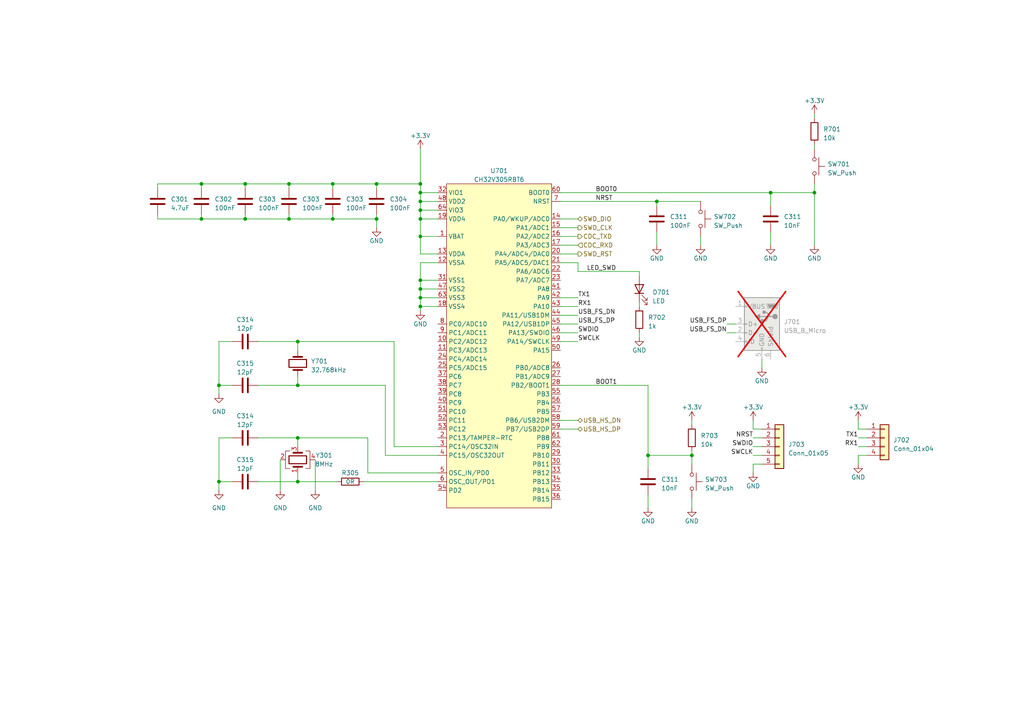
<source format=kicad_sch>
(kicad_sch (version 20230121) (generator eeschema)
  (paper "A4")
  (title_block (title "STM32 USB Audio Interface - DAPLink Debugger") (date "2023-04-15") (rev "A"))
  (lib_symbols
    (symbol "Connector:USB_B_Micro" (pin_names (offset 1.016))
      (property "Reference" "J" (at -5.08 11.43 0))
      (property "Value" "USB_B_Micro" (at -5.08 8.89 0))
      (symbol "USB_B_Micro_0_1"
        (rectangle (start -5.08 -7.62) (end 5.08 7.62) (stroke (width 0.254)) (fill (type background)))
        (circle (center -3.81 2.159) (radius 0.635) (stroke (width 0.254)) (fill (type outline)))
        (circle (center -0.635 3.429) (radius 0.381) (stroke (width 0.254)) (fill (type outline)))
        (rectangle (start -0.127 -7.62) (end 0.127 -6.858))
        (polyline (pts (xy -1.905 2.159) (xy 0.635 2.159)) (stroke (width 0.254)))
        (polyline (pts (xy -3.175 2.159) (xy -2.54 2.159) (xy -1.27 3.429) (xy -0.635 3.429)) (stroke (width 0.254)))
        (polyline (pts (xy -2.54 2.159) (xy -1.905 2.159) (xy -1.27 0.889) (xy 0 0.889)) (stroke (width 0.254)))
        (polyline (pts (xy 0.635 2.794) (xy 0.635 1.524) (xy 1.905 2.159) (xy 0.635 2.794)) (stroke (width 0.254)) (fill (type outline)))
        (polyline (pts (xy -4.318 5.588) (xy -1.778 5.588) (xy -2.032 4.826) (xy -4.064 4.826) (xy -4.318 5.588)) (fill (type outline)))
        (polyline (pts (xy -4.699 5.842) (xy -4.699 5.588) (xy -4.445 4.826) (xy -4.445 4.572) (xy -1.651 4.572) (xy -1.651 4.826) (xy -1.397 5.588) (xy -1.397 5.842) (xy -4.699 5.842)))
        (rectangle (start 0.254 1.27) (end -0.508 0.508) (stroke (width 0.254)) (fill (type outline)))
        (rectangle (start 5.08 -5.207) (end 4.318 -4.953))
        (rectangle (start 5.08 -2.667) (end 4.318 -2.413))
        (rectangle (start 5.08 -0.127) (end 4.318 0.127))
        (rectangle (start 5.08 4.953) (end 4.318 5.207))
      )
      (symbol "USB_B_Micro_1_1"
        (pin power_out line (at 7.62 5.08 180) (length 2.54) (name "VBUS") (number "1"))
        (pin bidirectional line (at 7.62 -2.54 180) (length 2.54) (name "D-") (number "2"))
        (pin bidirectional line (at 7.62 0 180) (length 2.54) (name "D+") (number "3"))
        (pin passive line (at 7.62 -5.08 180) (length 2.54) (name "ID") (number "4"))
        (pin power_out line (at 0 -10.16 90) (length 2.54) (name "GND") (number "5"))
        (pin passive line (at -2.54 -10.16 90) (length 2.54) (name "Shield") (number "6"))
      )
    )
    (symbol "Connector_Generic:Conn_01x04" (pin_names (offset 1.016) hide)
      (property "Reference" "J" (at 0 5.08 0))
      (property "Value" "Conn_01x04" (at 0 -7.62 0))
      (symbol "Conn_01x04_1_1"
        (rectangle (start -1.27 -4.953) (end 0 -5.207) (stroke (width 0.1524)))
        (rectangle (start -1.27 -2.413) (end 0 -2.667) (stroke (width 0.1524)))
        (rectangle (start -1.27 0.127) (end 0 -0.127) (stroke (width 0.1524)))
        (rectangle (start -1.27 2.667) (end 0 2.413) (stroke (width 0.1524)))
        (rectangle (start -1.27 3.81) (end 1.27 -6.35) (stroke (width 0.254)) (fill (type background)))
        (pin passive line (at -5.08 2.54 0) (length 3.81) (name "Pin_1") (number "1"))
        (pin passive line (at -5.08 0 0) (length 3.81) (name "Pin_2") (number "2"))
        (pin passive line (at -5.08 -2.54 0) (length 3.81) (name "Pin_3") (number "3"))
        (pin passive line (at -5.08 -5.08 0) (length 3.81) (name "Pin_4") (number "4"))
      )
    )
    (symbol "Connector_Generic:Conn_01x05" (pin_names (offset 1.016) hide)
      (property "Reference" "J" (at 0 7.62 0))
      (property "Value" "Conn_01x05" (at 0 -7.62 0))
      (symbol "Conn_01x05_1_1"
        (rectangle (start -1.27 -4.953) (end 0 -5.207) (stroke (width 0.1524)))
        (rectangle (start -1.27 -2.413) (end 0 -2.667) (stroke (width 0.1524)))
        (rectangle (start -1.27 0.127) (end 0 -0.127) (stroke (width 0.1524)))
        (rectangle (start -1.27 2.667) (end 0 2.413) (stroke (width 0.1524)))
        (rectangle (start -1.27 5.207) (end 0 4.953) (stroke (width 0.1524)))
        (rectangle (start -1.27 6.35) (end 1.27 -6.35) (stroke (width 0.254)) (fill (type background)))
        (pin passive line (at -5.08 5.08 0) (length 3.81) (name "Pin_1") (number "1"))
        (pin passive line (at -5.08 2.54 0) (length 3.81) (name "Pin_2") (number "2"))
        (pin passive line (at -5.08 0 0) (length 3.81) (name "Pin_3") (number "3"))
        (pin passive line (at -5.08 -2.54 0) (length 3.81) (name "Pin_4") (number "4"))
        (pin passive line (at -5.08 -5.08 0) (length 3.81) (name "Pin_5") (number "5"))
      )
    )
    (symbol "Device:C" (pin_numbers hide) (pin_names (offset 0.254))
      (property "Reference" "C" (at 0.635 2.54 0))
      (property "Value" "C" (at 0.635 -2.54 0))
      (symbol "C_0_1"
        (polyline (pts (xy -2.032 -0.762) (xy 2.032 -0.762)) (stroke (width 0.508)))
        (polyline (pts (xy -2.032 0.762) (xy 2.032 0.762)) (stroke (width 0.508)))
      )
      (symbol "C_1_1"
        (pin passive line (at 0 3.81 270) (length 2.794) (name "~") (number "1"))
        (pin passive line (at 0 -3.81 90) (length 2.794) (name "~") (number "2"))
      )
    )
    (symbol "Device:Crystal" (pin_numbers hide) (pin_names (offset 1.016) hide)
      (property "Reference" "Y" (at 0 3.81 0))
      (property "Value" "Crystal" (at 0 -3.81 0))
      (symbol "Crystal_0_1"
        (rectangle (start -1.143 2.54) (end 1.143 -2.54) (stroke (width 0.3048)))
        (polyline (pts (xy -2.54 0) (xy -1.905 0)))
        (polyline (pts (xy -1.905 -1.27) (xy -1.905 1.27)) (stroke (width 0.508)))
        (polyline (pts (xy 1.905 -1.27) (xy 1.905 1.27)) (stroke (width 0.508)))
        (polyline (pts (xy 2.54 0) (xy 1.905 0)))
      )
      (symbol "Crystal_1_1"
        (pin passive line (at -3.81 0 0) (length 1.27) (name "1") (number "1"))
        (pin passive line (at 3.81 0 180) (length 1.27) (name "2") (number "2"))
      )
    )
    (symbol "Device:Crystal_GND24" (pin_names (offset 1.016) hide)
      (property "Reference" "Y" (at 3.175 5.08 0))
      (property "Value" "Crystal_GND24" (at 3.175 3.175 0))
      (symbol "Crystal_GND24_0_1"
        (rectangle (start -1.143 2.54) (end 1.143 -2.54) (stroke (width 0.3048)))
        (polyline (pts (xy -2.54 0) (xy -2.032 0)))
        (polyline (pts (xy -2.032 -1.27) (xy -2.032 1.27)) (stroke (width 0.508)))
        (polyline (pts (xy 0 -3.81) (xy 0 -3.556)))
        (polyline (pts (xy 0 3.556) (xy 0 3.81)))
        (polyline (pts (xy 2.032 -1.27) (xy 2.032 1.27)) (stroke (width 0.508)))
        (polyline (pts (xy 2.032 0) (xy 2.54 0)))
        (polyline (pts (xy -2.54 -2.286) (xy -2.54 -3.556) (xy 2.54 -3.556) (xy 2.54 -2.286)))
        (polyline (pts (xy -2.54 2.286) (xy -2.54 3.556) (xy 2.54 3.556) (xy 2.54 2.286)))
      )
      (symbol "Crystal_GND24_1_1"
        (pin passive line (at -3.81 0 0) (length 1.27) (name "1") (number "1"))
        (pin passive line (at 0 5.08 270) (length 1.27) (name "2") (number "2"))
        (pin passive line (at 3.81 0 180) (length 1.27) (name "3") (number "3"))
        (pin passive line (at 0 -5.08 90) (length 1.27) (name "4") (number "4"))
      )
    )
    (symbol "Device:LED" (pin_numbers hide) (pin_names (offset 1.016) hide)
      (property "Reference" "D" (at 0 2.54 0))
      (property "Value" "LED" (at 0 -2.54 0))
      (symbol "LED_0_1"
        (polyline (pts (xy -1.27 -1.27) (xy -1.27 1.27)) (stroke (width 0.254)))
        (polyline (pts (xy -1.27 0) (xy 1.27 0)))
        (polyline (pts (xy 1.27 -1.27) (xy 1.27 1.27) (xy -1.27 0) (xy 1.27 -1.27)) (stroke (width 0.254)))
        (polyline (pts (xy -3.048 -0.762) (xy -4.572 -2.286) (xy -3.81 -2.286) (xy -4.572 -2.286) (xy -4.572 -1.524)))
        (polyline (pts (xy -1.778 -0.762) (xy -3.302 -2.286) (xy -2.54 -2.286) (xy -3.302 -2.286) (xy -3.302 -1.524)))
      )
      (symbol "LED_1_1"
        (pin passive line (at -3.81 0 0) (length 2.54) (name "K") (number "1"))
        (pin passive line (at 3.81 0 180) (length 2.54) (name "A") (number "2"))
      )
    )
    (symbol "Device:R" (pin_numbers hide) (pin_names (offset 0))
      (property "Reference" "R" (at 2.032 0 90))
      (property "Value" "R" (at 0 0 90))
      (symbol "R_0_1"
        (rectangle (start -1.016 -2.54) (end 1.016 2.54) (stroke (width 0.254)))
      )
      (symbol "R_1_1"
        (pin passive line (at 0 3.81 270) (length 1.27) (name "~") (number "1"))
        (pin passive line (at 0 -3.81 90) (length 1.27) (name "~") (number "2"))
      )
    )
    (symbol "MyLibrary:CH32V305RBT6"
      (property "Reference" "U" (at 5.08 10.16 0))
      (property "Value" "CH32V305RBT6" (at -10.16 5.08 0))
      (symbol "CH32V305RBT6_0_0"
        (pin unspecified line (at -12.7 -7.62 0) (length 2.54) (name "VBAT") (number "1"))
        (pin unspecified line (at -12.7 -38.1 0) (length 2.54) (name "PC2/ADC12") (number "10"))
        (pin unspecified line (at -12.7 -40.64 0) (length 2.54) (name "PC3/ADC13") (number "11"))
        (pin unspecified line (at -12.7 -15.24 0) (length 2.54) (name "VSSA") (number "12"))
        (pin unspecified line (at -12.7 -12.7 0) (length 2.54) (name "VDDA") (number "13"))
        (pin unspecified line (at 22.86 -2.54 180) (length 2.54) (name "PA0/WKUP/ADC0") (number "14"))
        (pin unspecified line (at 22.86 -5.08 180) (length 2.54) (name "PA1/ADC1") (number "15"))
        (pin unspecified line (at 22.86 -7.62 180) (length 2.54) (name "PA2/ADC2") (number "16"))
        (pin unspecified line (at 22.86 -10.16 180) (length 2.54) (name "PA3/ADC3") (number "17"))
        (pin unspecified line (at -12.7 -27.94 0) (length 2.54) (name "VSS4") (number "18"))
        (pin unspecified line (at -12.7 -2.54 0) (length 2.54) (name "VDD4") (number "19"))
        (pin unspecified line (at -12.7 -66.04 0) (length 2.54) (name "PC13/TAMPER-RTC") (number "2"))
        (pin unspecified line (at 22.86 -12.7 180) (length 2.54) (name "PA4/ADC4/DAC0") (number "20"))
        (pin unspecified line (at 22.86 -15.24 180) (length 2.54) (name "PA5/ADC5/DAC1") (number "21"))
        (pin unspecified line (at 22.86 -17.78 180) (length 2.54) (name "PA6/ADC6") (number "22"))
        (pin unspecified line (at 22.86 -20.32 180) (length 2.54) (name "PA7/ADC7") (number "23"))
        (pin unspecified line (at -12.7 -43.18 0) (length 2.54) (name "PC4/ADC14") (number "24"))
        (pin unspecified line (at -12.7 -45.72 0) (length 2.54) (name "PC5/ADC15") (number "25"))
        (pin unspecified line (at 22.86 -45.72 180) (length 2.54) (name "PB0/ADC8") (number "26"))
        (pin unspecified line (at 22.86 -48.26 180) (length 2.54) (name "PB1/ADC9") (number "27"))
        (pin unspecified line (at 22.86 -50.8 180) (length 2.54) (name "PB2/BOOT1") (number "28"))
        (pin unspecified line (at 22.86 -71.12 180) (length 2.54) (name "PB10") (number "29"))
        (pin unspecified line (at -12.7 -68.58 0) (length 2.54) (name "PC14/OSC32IN") (number "3"))
        (pin unspecified line (at 22.86 -73.66 180) (length 2.54) (name "PB11") (number "30"))
        (pin unspecified line (at -12.7 -20.32 0) (length 2.54) (name "VSS1") (number "31"))
        (pin unspecified line (at -12.7 5.08 0) (length 2.54) (name "VIO1") (number "32"))
        (pin unspecified line (at 22.86 -76.2 180) (length 2.54) (name "PB12") (number "33"))
        (pin unspecified line (at 22.86 -78.74 180) (length 2.54) (name "PB13") (number "34"))
        (pin unspecified line (at 22.86 -81.28 180) (length 2.54) (name "PB14") (number "35"))
        (pin unspecified line (at 22.86 -83.82 180) (length 2.54) (name "PB15") (number "36"))
        (pin unspecified line (at -12.7 -48.26 0) (length 2.54) (name "PC6") (number "37"))
        (pin unspecified line (at -12.7 -50.8 0) (length 2.54) (name "PC7") (number "38"))
        (pin unspecified line (at -12.7 -53.34 0) (length 2.54) (name "PC8") (number "39"))
        (pin unspecified line (at -12.7 -71.12 0) (length 2.54) (name "PC15/OSC32OUT") (number "4"))
        (pin unspecified line (at -12.7 -55.88 0) (length 2.54) (name "PC9") (number "40"))
        (pin unspecified line (at 22.86 -22.86 180) (length 2.54) (name "PA8") (number "41"))
        (pin unspecified line (at 22.86 -25.4 180) (length 2.54) (name "PA9") (number "42"))
        (pin unspecified line (at 22.86 -27.94 180) (length 2.54) (name "PA10") (number "43"))
        (pin unspecified line (at 22.86 -30.48 180) (length 2.54) (name "PA11/USB1DM") (number "44"))
        (pin unspecified line (at 22.86 -33.02 180) (length 2.54) (name "PA12/USB1DP") (number "45"))
        (pin unspecified line (at 22.86 -35.56 180) (length 2.54) (name "PA13/SWDIO") (number "46"))
        (pin unspecified line (at -12.7 -22.86 0) (length 2.54) (name "VSS2") (number "47"))
        (pin unspecified line (at -12.7 2.54 0) (length 2.54) (name "VDD2") (number "48"))
        (pin unspecified line (at 22.86 -38.1 180) (length 2.54) (name "PA14/SWCLK") (number "49"))
        (pin unspecified line (at -12.7 -76.2 0) (length 2.54) (name "OSC_IN/PD0") (number "5"))
        (pin unspecified line (at 22.86 -40.64 180) (length 2.54) (name "PA15") (number "50"))
        (pin unspecified line (at -12.7 -58.42 0) (length 2.54) (name "PC10") (number "51"))
        (pin unspecified line (at -12.7 -60.96 0) (length 2.54) (name "PC11") (number "52"))
        (pin unspecified line (at -12.7 -63.5 0) (length 2.54) (name "PC12") (number "53"))
        (pin unspecified line (at -12.7 -81.28 0) (length 2.54) (name "PD2") (number "54"))
        (pin unspecified line (at 22.86 -53.34 180) (length 2.54) (name "PB3") (number "55"))
        (pin unspecified line (at 22.86 -55.88 180) (length 2.54) (name "PB4") (number "56"))
        (pin unspecified line (at 22.86 -58.42 180) (length 2.54) (name "PB5") (number "57"))
        (pin unspecified line (at 22.86 -60.96 180) (length 2.54) (name "PB6/USB2DM") (number "58"))
        (pin unspecified line (at 22.86 -63.5 180) (length 2.54) (name "PB7/USB2DP") (number "59"))
        (pin unspecified line (at -12.7 -78.74 0) (length 2.54) (name "OSC_OUT/PD1") (number "6"))
        (pin unspecified line (at 22.86 5.08 180) (length 2.54) (name "BOOT0") (number "60"))
        (pin unspecified line (at 22.86 -66.04 180) (length 2.54) (name "PB8") (number "61"))
        (pin unspecified line (at 22.86 -68.58 180) (length 2.54) (name "PB9") (number "62"))
        (pin unspecified line (at -12.7 -25.4 0) (length 2.54) (name "VSS3") (number "63"))
        (pin unspecified line (at -12.7 0 0) (length 2.54) (name "VIO3") (number "64"))
        (pin unspecified line (at 22.86 2.54 180) (length 2.54) (name "NRST") (number "7"))
        (pin unspecified line (at -12.7 -33.02 0) (length 2.54) (name "PC0/ADC10") (number "8"))
        (pin unspecified line (at -12.7 -35.56 0) (length 2.54) (name "PC1/ADC11") (number "9"))
      )
      (symbol "CH32V305RBT6_1_1"
        (rectangle (start -10.16 7.62) (end 20.32 -86.36) (fill (type background)))
      )
    )
    (symbol "Switch:SW_Push" (pin_numbers hide) (pin_names (offset 1.016) hide)
      (property "Reference" "SW" (at 1.27 2.54 0))
      (property "Value" "SW_Push" (at 0 -1.524 0))
      (symbol "SW_Push_0_1"
        (circle (center -2.032 0) (radius 0.508))
        (polyline (pts (xy 0 1.27) (xy 0 3.048)))
        (polyline (pts (xy 2.54 1.27) (xy -2.54 1.27)))
        (circle (center 2.032 0) (radius 0.508))
        (pin passive line (at -5.08 0 0) (length 2.54) (name "1") (number "1"))
        (pin passive line (at 5.08 0 180) (length 2.54) (name "2") (number "2"))
      )
    )
    (symbol "power:+3.3V" (power) (pin_names (offset 0))
      (property "Value" "+3.3V" (at 0 3.556 0))
      (symbol "+3.3V_0_1"
        (polyline (pts (xy -0.762 1.27) (xy 0 2.54)))
        (polyline (pts (xy 0 0) (xy 0 2.54)))
        (polyline (pts (xy 0 2.54) (xy 0.762 1.27)))
      )
      (symbol "+3.3V_1_1"
        (pin power_in line (at 0 0 90) (length 0) hide (name "+3.3V") (number "1"))
      )
    )
    (symbol "power:GND" (power) (pin_names (offset 0))
      (property "Value" "GND" (at 0 -3.81 0))
      (symbol "GND_0_1"
        (polyline (pts (xy 0 0) (xy 0 -1.27) (xy 1.27 -1.27) (xy 0 -2.54) (xy -1.27 -1.27) (xy 0 -1.27)))
      )
      (symbol "GND_1_1"
        (pin power_in line (at 0 0 270) (length 0) hide (name "GND") (number "1"))
      )
    )
  )
  (junction (at 121.92 86.36))
  (junction (at 121.92 58.42))
  (junction (at 200.66 132.08))
  (junction (at 121.92 60.96))
  (junction (at 121.92 63.5))
  (junction (at 96.52 63.5))
  (junction (at 86.36 111.76))
  (junction (at 58.42 53.34))
  (junction (at 121.92 83.82))
  (junction (at 71.12 63.5))
  (junction (at 86.36 139.7))
  (junction (at 83.82 53.34))
  (junction (at 121.92 55.88))
  (junction (at 109.22 63.5))
  (junction (at 109.22 53.34))
  (junction (at 223.52 55.88))
  (junction (at 63.5 139.7))
  (junction (at 121.92 81.28))
  (junction (at 63.5 111.76))
  (junction (at 86.36 99.06))
  (junction (at 71.12 53.34))
  (junction (at 96.52 53.34))
  (junction (at 187.96 132.08))
  (junction (at 86.36 127))
  (junction (at 236.22 55.88))
  (junction (at 121.92 68.58))
  (junction (at 121.92 53.34))
  (junction (at 58.42 63.5))
  (junction (at 121.92 88.9))
  (junction (at 190.5 58.42))
  (junction (at 83.82 63.5))
  (wire (pts (xy 218.44 132.08) (xy 220.98 132.08)))
  (wire (pts (xy 121.92 53.34) (xy 121.92 55.88)))
  (wire (pts (xy 248.92 134.62) (xy 248.92 132.08)))
  (wire (pts (xy 86.36 99.06) (xy 114.3 99.06)))
  (wire (pts (xy 200.66 121.92) (xy 200.66 123.19)))
  (wire (pts (xy 167.64 78.74) (xy 185.42 78.74)))
  (wire (pts (xy 45.72 53.34) (xy 58.42 53.34)))
  (wire (pts (xy 58.42 54.61) (xy 58.42 53.34)))
  (wire (pts (xy 63.5 127) (xy 67.31 127)))
  (wire (pts (xy 236.22 55.88) (xy 236.22 71.12)))
  (wire (pts (xy 162.56 96.52) (xy 167.64 96.52)))
  (wire (pts (xy 109.22 53.34) (xy 121.92 53.34)))
  (wire (pts (xy 248.92 121.92) (xy 248.92 124.46)))
  (wire (pts (xy 111.76 132.08) (xy 111.76 111.76)))
  (wire (pts (xy 167.64 68.58) (xy 162.56 68.58)))
  (wire (pts (xy 96.52 63.5) (xy 109.22 63.5)))
  (wire (pts (xy 105.41 139.7) (xy 127 139.7)))
  (wire (pts (xy 127 132.08) (xy 111.76 132.08)))
  (wire (pts (xy 58.42 63.5) (xy 45.72 63.5)))
  (wire (pts (xy 63.5 111.76) (xy 63.5 99.06)))
  (wire (pts (xy 109.22 63.5) (xy 109.22 66.04)))
  (wire (pts (xy 121.92 76.2) (xy 127 76.2)))
  (wire (pts (xy 74.93 139.7) (xy 86.36 139.7)))
  (wire (pts (xy 63.5 139.7) (xy 63.5 127)))
  (wire (pts (xy 71.12 62.23) (xy 71.12 63.5)))
  (wire (pts (xy 121.92 81.28) (xy 127 81.28)))
  (wire (pts (xy 58.42 62.23) (xy 58.42 63.5)))
  (wire (pts (xy 71.12 53.34) (xy 71.12 54.61)))
  (wire (pts (xy 223.52 55.88) (xy 236.22 55.88)))
  (wire (pts (xy 74.93 111.76) (xy 86.36 111.76)))
  (wire (pts (xy 218.44 121.92) (xy 218.44 124.46)))
  (wire (pts (xy 167.64 66.04) (xy 162.56 66.04)))
  (wire (pts (xy 127 68.58) (xy 121.92 68.58)))
  (wire (pts (xy 121.92 76.2) (xy 121.92 81.28)))
  (wire (pts (xy 167.64 63.5) (xy 162.56 63.5)))
  (wire (pts (xy 96.52 53.34) (xy 109.22 53.34)))
  (wire (pts (xy 218.44 137.16) (xy 218.44 134.62)))
  (wire (pts (xy 218.44 127) (xy 220.98 127)))
  (wire (pts (xy 218.44 134.62) (xy 220.98 134.62)))
  (wire (pts (xy 121.92 86.36) (xy 127 86.36)))
  (wire (pts (xy 167.64 73.66) (xy 162.56 73.66)))
  (wire (pts (xy 218.44 129.54) (xy 220.98 129.54)))
  (wire (pts (xy 58.42 63.5) (xy 71.12 63.5)))
  (wire (pts (xy 218.44 124.46) (xy 220.98 124.46)))
  (wire (pts (xy 190.5 58.42) (xy 203.2 58.42)))
  (wire (pts (xy 121.92 73.66) (xy 121.92 68.58)))
  (wire (pts (xy 121.92 55.88) (xy 121.92 58.42)))
  (wire (pts (xy 203.2 68.58) (xy 203.2 71.12)))
  (wire (pts (xy 167.64 78.74) (xy 167.64 76.2)))
  (wire (pts (xy 248.92 127) (xy 251.46 127)))
  (wire (pts (xy 86.36 111.76) (xy 111.76 111.76)))
  (wire (pts (xy 162.56 55.88) (xy 223.52 55.88)))
  (wire (pts (xy 200.66 144.78) (xy 200.66 147.32)))
  (wire (pts (xy 162.56 121.92) (xy 167.64 121.92)))
  (wire (pts (xy 167.64 71.12) (xy 162.56 71.12)))
  (wire (pts (xy 63.5 139.7) (xy 67.31 139.7)))
  (wire (pts (xy 121.92 83.82) (xy 127 83.82)))
  (wire (pts (xy 210.82 93.98) (xy 213.36 93.98)))
  (wire (pts (xy 127 55.88) (xy 121.92 55.88)))
  (wire (pts (xy 167.64 76.2) (xy 162.56 76.2)))
  (wire (pts (xy 63.5 99.06) (xy 67.31 99.06)))
  (wire (pts (xy 210.82 96.52) (xy 213.36 96.52)))
  (wire (pts (xy 185.42 87.63) (xy 185.42 88.9)))
  (wire (pts (xy 162.56 99.06) (xy 167.64 99.06)))
  (wire (pts (xy 187.96 111.76) (xy 162.56 111.76)))
  (wire (pts (xy 121.92 60.96) (xy 121.92 63.5)))
  (wire (pts (xy 223.52 55.88) (xy 223.52 59.69)))
  (wire (pts (xy 83.82 53.34) (xy 83.82 54.61)))
  (wire (pts (xy 187.96 143.51) (xy 187.96 147.32)))
  (wire (pts (xy 114.3 99.06) (xy 114.3 129.54)))
  (wire (pts (xy 121.92 60.96) (xy 127 60.96)))
  (wire (pts (xy 185.42 78.74) (xy 185.42 80.01)))
  (wire (pts (xy 86.36 129.54) (xy 86.36 127)))
  (wire (pts (xy 121.92 90.17) (xy 121.92 88.9)))
  (wire (pts (xy 86.36 101.6) (xy 86.36 99.06)))
  (wire (pts (xy 106.68 127) (xy 106.68 137.16)))
  (wire (pts (xy 121.92 58.42) (xy 121.92 60.96)))
  (wire (pts (xy 162.56 124.46) (xy 167.64 124.46)))
  (wire (pts (xy 71.12 53.34) (xy 83.82 53.34)))
  (wire (pts (xy 121.92 43.18) (xy 121.92 53.34)))
  (wire (pts (xy 200.66 132.08) (xy 200.66 134.62)))
  (wire (pts (xy 121.92 63.5) (xy 127 63.5)))
  (wire (pts (xy 121.92 58.42) (xy 127 58.42)))
  (wire (pts (xy 121.92 68.58) (xy 121.92 63.5)))
  (wire (pts (xy 223.52 67.31) (xy 223.52 71.12)))
  (wire (pts (xy 162.56 86.36) (xy 167.64 86.36)))
  (wire (pts (xy 127 73.66) (xy 121.92 73.66)))
  (wire (pts (xy 190.5 58.42) (xy 190.5 59.69)))
  (wire (pts (xy 248.92 124.46) (xy 251.46 124.46)))
  (wire (pts (xy 91.44 133.35) (xy 91.44 142.24)))
  (wire (pts (xy 96.52 62.23) (xy 96.52 63.5)))
  (wire (pts (xy 200.66 130.81) (xy 200.66 132.08)))
  (wire (pts (xy 96.52 53.34) (xy 96.52 54.61)))
  (wire (pts (xy 162.56 93.98) (xy 167.64 93.98)))
  (wire (pts (xy 162.56 58.42) (xy 190.5 58.42)))
  (wire (pts (xy 121.92 81.28) (xy 121.92 83.82)))
  (wire (pts (xy 71.12 63.5) (xy 83.82 63.5)))
  (wire (pts (xy 248.92 129.54) (xy 251.46 129.54)))
  (wire (pts (xy 114.3 129.54) (xy 127 129.54)))
  (wire (pts (xy 220.98 106.68) (xy 220.98 104.14)))
  (wire (pts (xy 187.96 132.08) (xy 187.96 135.89)))
  (wire (pts (xy 121.92 83.82) (xy 121.92 86.36)))
  (wire (pts (xy 190.5 67.31) (xy 190.5 71.12)))
  (wire (pts (xy 236.22 41.91) (xy 236.22 43.18)))
  (wire (pts (xy 236.22 33.02) (xy 236.22 34.29)))
  (wire (pts (xy 58.42 53.34) (xy 71.12 53.34)))
  (wire (pts (xy 162.56 91.44) (xy 167.64 91.44)))
  (wire (pts (xy 248.92 132.08) (xy 251.46 132.08)))
  (wire (pts (xy 121.92 88.9) (xy 127 88.9)))
  (wire (pts (xy 74.93 99.06) (xy 86.36 99.06)))
  (wire (pts (xy 109.22 63.5) (xy 109.22 62.23)))
  (wire (pts (xy 86.36 109.22) (xy 86.36 111.76)))
  (wire (pts (xy 121.92 86.36) (xy 121.92 88.9)))
  (wire (pts (xy 86.36 139.7) (xy 97.79 139.7)))
  (wire (pts (xy 83.82 53.34) (xy 96.52 53.34)))
  (wire (pts (xy 63.5 114.3) (xy 63.5 111.76)))
  (wire (pts (xy 83.82 62.23) (xy 83.82 63.5)))
  (wire (pts (xy 81.28 142.24) (xy 81.28 133.35)))
  (wire (pts (xy 187.96 132.08) (xy 200.66 132.08)))
  (wire (pts (xy 236.22 53.34) (xy 236.22 55.88)))
  (wire (pts (xy 83.82 63.5) (xy 96.52 63.5)))
  (wire (pts (xy 187.96 132.08) (xy 187.96 111.76)))
  (wire (pts (xy 86.36 137.16) (xy 86.36 139.7)))
  (wire (pts (xy 74.93 127) (xy 86.36 127)))
  (wire (pts (xy 63.5 111.76) (xy 67.31 111.76)))
  (wire (pts (xy 86.36 127) (xy 106.68 127)))
  (wire (pts (xy 162.56 88.9) (xy 167.64 88.9)))
  (wire (pts (xy 45.72 54.61) (xy 45.72 53.34)))
  (wire (pts (xy 63.5 142.24) (xy 63.5 139.7)))
  (wire (pts (xy 45.72 62.23) (xy 45.72 63.5)))
  (wire (pts (xy 109.22 54.61) (xy 109.22 53.34)))
  (wire (pts (xy 106.68 137.16) (xy 127 137.16)))
  (wire (pts (xy 185.42 96.52) (xy 185.42 97.79)))
  (label "USB_FS_DN" (at 167.64 91.44 0))
  (label "USB_FS_DP" (at 210.82 93.98 180))
  (label "SWDIO" (at 167.64 96.52 0))
  (label "SWCLK" (at 167.64 99.06 0))
  (label "TX1" (at 167.64 86.36 0))
  (label "NRST" (at 218.44 127 180))
  (label "BOOT0" (at 172.72 55.88 0))
  (label "SWDIO" (at 218.44 129.54 180))
  (label "TX1" (at 248.92 127 180))
  (label "LED_SWD" (at 170.18 78.74 0))
  (label "USB_FS_DN" (at 210.82 96.52 180))
  (label "BOOT1" (at 172.72 111.76 0))
  (label "RX1" (at 167.64 88.9 0))
  (label "USB_FS_DP" (at 167.64 93.98 0))
  (label "SWCLK" (at 218.44 132.08 180))
  (label "NRST" (at 172.72 58.42 0))
  (label "RX1" (at 248.92 129.54 180))
  (hierarchical_label "SWD_RST" (shape output) (at 167.64 73.66 0))
  (hierarchical_label "USB_HS_DN" (shape bidirectional) (at 167.64 121.92 0))
  (hierarchical_label "SWD_DIO" (shape bidirectional) (at 167.64 63.5 0))
  (hierarchical_label "CDC_TXD" (shape output) (at 167.64 68.58 0))
  (hierarchical_label "USB_HS_DP" (shape bidirectional) (at 167.64 124.46 0))
  (hierarchical_label "SWD_CLK" (shape output) (at 167.64 66.04 0))
  (hierarchical_label "CDC_RXD" (shape input) (at 167.64 71.12 0))
  (symbol (lib_id "power:+3.3V") (at 218.44 121.92 0) (unit 1)
    (property "Reference" "#PWR0713" (effects hide))
    (property "Value" "+3.3V" (at 218.44 118.11 0))
  )
  (symbol (lib_id "MyLibrary:CH32V305RBT6") (at 139.7 60.96 0) (unit 1)
    (property "Reference" "U701" (at 144.78 49.53 0))
    (property "Value" "CH32V305RBT6" (at 144.78 52.07 0))
    (property "Footprint" "Package_QFP:LQFP-48_7x7mm_P0.5mm" (effects hide))
    (property "Datasheet" "http://www.wch-ic.com/downloads/CH32V20x_30xDS0_PDF.html" (effects hide))
  )
  (symbol (lib_id "Device:C") (at 109.22 58.42 0) (unit 1)
    (property "Reference" "C304" (at 113.03 57.785 0) (effects (justify left)))
    (property "Value" "100nF" (at 113.03 60.325 0) (effects (justify left)))
    (property "Footprint" "Capacitor_SMD:C_0402_1005Metric" (effects hide))
    (instances (project "Quad_RAK3172_Board" (path "" (reference "C304") (unit 1))) (project "STM32-USB-Audio-Board" (path "" (reference "C204") (unit 1)) (path "" (reference "C706") (unit 1))))
  )
  (symbol (lib_id "Device:C") (at 71.12 58.42 0) (unit 1)
    (property "Reference" "C303" (at 74.93 57.785 0) (effects (justify left)))
    (property "Value" "100nF" (at 74.93 60.325 0) (effects (justify left)))
    (property "Footprint" "Capacitor_SMD:C_0402_1005Metric" (effects hide))
    (instances (project "Quad_RAK3172_Board" (path "" (reference "C303") (unit 1))) (project "STM32-USB-Audio-Board" (path "" (reference "C203") (unit 1)) (path "" (reference "C703") (unit 1))))
  )
  (symbol (lib_id "power:GND") (at 63.5 142.24 0) (unit 1)
    (property "Reference" "#PWR0316" (effects hide))
    (property "Value" "GND" (at 63.5 147.32 0))
    (instances (project "Quad_RAK3172_Board" (path "" (reference "#PWR0316") (unit 1))) (project "STM32-USB-Audio-Board" (path "" (reference "#PWR0216") (unit 1)) (path "" (reference "#PWR0717") (unit 1))))
  )
  (symbol (lib_id "Device:C") (at 187.96 139.7 180) (unit 1)
    (property "Reference" "C311" (at 191.77 139.065 0) (effects (justify right)))
    (property "Value" "10nF" (at 191.77 141.605 0) (effects (justify right)))
    (property "Footprint" "Capacitor_SMD:C_0402_1005Metric" (effects hide))
    (instances (project "Quad_RAK3172_Board" (path "" (reference "C311") (unit 1))) (project "STM32-USB-Audio-Board" (path "" (reference "C211") (unit 1)) (path "" (reference "C713") (unit 1))))
  )
  (symbol (lib_id "Device:C") (at 96.52 58.42 0) (unit 1)
    (property "Reference" "C303" (at 100.33 57.785 0) (effects (justify left)))
    (property "Value" "100nF" (at 100.33 60.325 0) (effects (justify left)))
    (property "Footprint" "Capacitor_SMD:C_0402_1005Metric" (effects hide))
    (instances (project "Quad_RAK3172_Board" (path "" (reference "C303") (unit 1))) (project "STM32-USB-Audio-Board" (path "" (reference "C203") (unit 1)) (path "" (reference "C705") (unit 1))))
  )
  (symbol (lib_id "power:GND") (at 121.92 90.17 0) (unit 1)
    (property "Reference" "#PWR0318" (effects hide))
    (property "Value" "GND" (at 121.92 93.98 0))
    (instances (project "Quad_RAK3172_Board" (path "" (reference "#PWR0318") (unit 1))) (project "STM32-USB-Audio-Board" (path "" (reference "#PWR0218") (unit 1)) (path "" (reference "#PWR0708") (unit 1))))
  )
  (symbol (lib_id "Switch:SW_Push") (at 236.22 48.26 270) (unit 1)
    (property "Reference" "SW701" (at 240.03 47.625 90) (effects (justify left)))
    (property "Value" "SW_Push" (at 240.03 50.165 90) (effects (justify left)))
    (property "Footprint" "Button_Switch_SMD:SW_SPST_B3U-1000P-B" (effects hide))
  )
  (symbol (lib_id "Device:R") (at 101.6 139.7 90) (unit 1)
    (property "Reference" "R305" (at 101.6 137.16 90))
    (property "Value" "0R" (at 101.6 139.7 90))
    (property "Footprint" "Resistor_SMD:R_0402_1005Metric" (effects hide))
    (instances (project "Quad_RAK3172_Board" (path "" (reference "R305") (unit 1))) (project "STM32-USB-Audio-Board" (path "" (reference "R205") (unit 1)) (path "" (reference "R704") (unit 1))))
  )
  (symbol (lib_id "power:GND") (at 109.22 66.04 0) (unit 1)
    (property "Reference" "#PWR0304" (effects hide))
    (property "Value" "GND" (at 109.22 69.85 0))
    (instances (project "Quad_RAK3172_Board" (path "" (reference "#PWR0304") (unit 1))) (project "STM32-USB-Audio-Board" (path "" (reference "#PWR0204") (unit 1)) (path "" (reference "#PWR0703") (unit 1))))
  )
  (symbol (lib_id "power:+3.3V") (at 200.66 121.92 0) (unit 1)
    (property "Reference" "#PWR0712" (effects hide))
    (property "Value" "+3.3V" (at 200.66 118.11 0))
  )
  (symbol (lib_id "power:+3.3V") (at 236.22 33.02 0) (unit 1)
    (property "Reference" "#PWR0701" (effects hide))
    (property "Value" "+3.3V" (at 236.22 29.21 0))
  )
  (symbol (lib_id "power:GND") (at 248.92 134.62 0) (unit 1)
    (property "Reference" "#PWR0304" (effects hide))
    (property "Value" "GND" (at 248.92 138.43 0))
    (instances (project "Quad_RAK3172_Board" (path "" (reference "#PWR0304") (unit 1))) (project "STM32-USB-Audio-Board" (path "" (reference "#PWR0204") (unit 1)) (path "" (reference "#PWR0715") (unit 1))))
  )
  (symbol (lib_id "Device:R") (at 236.22 38.1 0) (unit 1)
    (property "Reference" "R701" (at 238.76 37.465 0) (effects (justify left)))
    (property "Value" "10k" (at 238.76 40.005 0) (effects (justify left)))
    (property "Footprint" "Resistor_SMD:R_0402_1005Metric" (effects hide))
  )
  (symbol (lib_id "Device:C") (at 71.12 99.06 90) (unit 1)
    (property "Reference" "C314" (at 71.12 92.71 90))
    (property "Value" "12pF" (at 71.12 95.25 90))
    (property "Footprint" "Capacitor_SMD:C_0402_1005Metric" (effects hide))
    (instances (project "Quad_RAK3172_Board" (path "" (reference "C314") (unit 1))) (project "STM32-USB-Audio-Board" (path "" (reference "C214") (unit 1)) (path "" (reference "C709") (unit 1))))
  )
  (symbol (lib_id "Switch:SW_Push") (at 203.2 63.5 270) (unit 1)
    (property "Reference" "SW702" (at 207.01 62.865 90) (effects (justify left)))
    (property "Value" "SW_Push" (at 207.01 65.405 90) (effects (justify left)))
    (property "Footprint" "Button_Switch_SMD:SW_SPST_B3U-1000P-B" (effects hide))
  )
  (symbol (lib_id "Device:R") (at 200.66 127 0) (unit 1)
    (property "Reference" "R703" (at 203.2 126.365 0) (effects (justify left)))
    (property "Value" "10k" (at 203.2 128.905 0) (effects (justify left)))
    (property "Footprint" "Resistor_SMD:R_0402_1005Metric" (effects hide))
  )
  (symbol (lib_id "Device:C") (at 223.52 63.5 180) (unit 1)
    (property "Reference" "C311" (at 227.33 62.865 0) (effects (justify right)))
    (property "Value" "10nF" (at 227.33 65.405 0) (effects (justify right)))
    (property "Footprint" "Capacitor_SMD:C_0402_1005Metric" (effects hide))
    (instances (project "Quad_RAK3172_Board" (path "" (reference "C311") (unit 1))) (project "STM32-USB-Audio-Board" (path "" (reference "C211") (unit 1)) (path "" (reference "C708") (unit 1))))
  )
  (symbol (lib_id "Device:C") (at 71.12 111.76 90) (unit 1)
    (property "Reference" "C315" (at 71.12 105.41 90))
    (property "Value" "12pF" (at 71.12 107.95 90))
    (property "Footprint" "Capacitor_SMD:C_0402_1005Metric" (effects hide))
    (instances (project "Quad_RAK3172_Board" (path "" (reference "C315") (unit 1))) (project "STM32-USB-Audio-Board" (path "" (reference "C215") (unit 1)) (path "" (reference "C710") (unit 1))))
  )
  (symbol (lib_id "Switch:SW_Push") (at 200.66 139.7 270) (unit 1)
    (property "Reference" "SW703" (at 204.47 139.065 90) (effects (justify left)))
    (property "Value" "SW_Push" (at 204.47 141.605 90) (effects (justify left)))
    (property "Footprint" "Button_Switch_SMD:SW_SPST_B3U-1000P-B" (effects hide))
  )
  (symbol (lib_id "power:+3.3V") (at 121.92 43.18 0) (unit 1)
    (property "Reference" "#PWR0702" (effects hide))
    (property "Value" "+3.3V" (at 121.92 39.37 0))
  )
  (symbol (lib_id "power:GND") (at 200.66 147.32 0) (unit 1)
    (property "Reference" "#PWR0304" (effects hide))
    (property "Value" "GND" (at 200.66 151.13 0))
    (instances (project "Quad_RAK3172_Board" (path "" (reference "#PWR0304") (unit 1))) (project "STM32-USB-Audio-Board" (path "" (reference "#PWR0204") (unit 1)) (path "" (reference "#PWR0721") (unit 1))))
  )
  (symbol (lib_id "Device:C") (at 58.42 58.42 0) (unit 1)
    (property "Reference" "C302" (at 62.23 57.785 0) (effects (justify left)))
    (property "Value" "100nF" (at 62.23 60.325 0) (effects (justify left)))
    (property "Footprint" "Capacitor_SMD:C_0402_1005Metric" (effects hide))
    (instances (project "Quad_RAK3172_Board" (path "" (reference "C302") (unit 1))) (project "STM32-USB-Audio-Board" (path "" (reference "C202") (unit 1)) (path "" (reference "C702") (unit 1))))
  )
  (symbol (lib_id "power:GND") (at 63.5 114.3 0) (unit 1)
    (property "Reference" "#PWR0316" (effects hide))
    (property "Value" "GND" (at 63.5 119.38 0))
    (instances (project "Quad_RAK3172_Board" (path "" (reference "#PWR0316") (unit 1))) (project "STM32-USB-Audio-Board" (path "" (reference "#PWR0216") (unit 1)) (path "" (reference "#PWR0711") (unit 1))))
  )
  (symbol (lib_id "Device:R") (at 185.42 92.71 0) (unit 1)
    (property "Reference" "R702" (at 187.96 92.075 0) (effects (justify left)))
    (property "Value" "1k" (at 187.96 94.615 0) (effects (justify left)))
    (property "Footprint" "Resistor_SMD:R_0402_1005Metric" (effects hide))
  )
  (symbol (lib_id "Device:LED") (at 185.42 83.82 90) (unit 1)
    (property "Reference" "D701" (at 189.23 84.7725 90) (effects (justify right)))
    (property "Value" "LED" (at 189.23 87.3125 90) (effects (justify right)))
    (property "Footprint" "LED_SMD:LED_0603_1608Metric" (effects hide))
  )
  (symbol (lib_id "power:+3.3V") (at 248.92 121.92 0) (unit 1)
    (property "Reference" "#PWR0714" (effects hide))
    (property "Value" "+3.3V" (at 248.92 118.11 0))
  )
  (symbol (lib_id "power:GND") (at 203.2 71.12 0) (unit 1)
    (property "Reference" "#PWR0304" (effects hide))
    (property "Value" "GND" (at 203.2 74.93 0))
    (instances (project "Quad_RAK3172_Board" (path "" (reference "#PWR0304") (unit 1))) (project "STM32-USB-Audio-Board" (path "" (reference "#PWR0204") (unit 1)) (path "" (reference "#PWR0705") (unit 1))))
  )
  (symbol (lib_id "Device:C") (at 71.12 139.7 90) (unit 1)
    (property "Reference" "C315" (at 71.12 133.35 90))
    (property "Value" "12pF" (at 71.12 135.89 90))
    (property "Footprint" "Capacitor_SMD:C_0402_1005Metric" (effects hide))
    (instances (project "Quad_RAK3172_Board" (path "" (reference "C315") (unit 1))) (project "STM32-USB-Audio-Board" (path "" (reference "C215") (unit 1)) (path "" (reference "C712") (unit 1))))
  )
  (symbol (lib_id "Device:Crystal") (at 86.36 105.41 90) (unit 1)
    (property "Reference" "Y701" (at 90.17 104.775 90) (effects (justify right)))
    (property "Value" "32.768kHz" (at 90.17 107.315 90) (effects (justify right)))
    (property "Footprint" "Crystal:Crystal_SMD_2012-2Pin_2.0x1.2mm" (effects hide))
  )
  (symbol (lib_id "Device:Crystal_GND24") (at 86.36 133.35 90) (unit 1)
    (property "Reference" "Y301" (at 93.98 132.08 90))
    (property "Value" "8MHz" (at 93.98 134.62 90))
    (property "Footprint" "Crystal:Crystal_SMD_2016-4Pin_2.0x1.6mm" (effects hide))
    (instances (project "Quad_RAK3172_Board" (path "" (reference "Y301") (unit 1))) (project "STM32-USB-Audio-Board" (path "" (reference "Y201") (unit 1)) (path "" (reference "Y702") (unit 1))))
  )
  (symbol (lib_id "power:GND") (at 81.28 142.24 0) (unit 1)
    (property "Reference" "#PWR0317" (effects hide))
    (property "Value" "GND" (at 81.28 147.32 0))
    (instances (project "Quad_RAK3172_Board" (path "" (reference "#PWR0317") (unit 1))) (project "STM32-USB-Audio-Board" (path "" (reference "#PWR0217") (unit 1)) (path "" (reference "#PWR0718") (unit 1))))
  )
  (symbol (lib_id "Connector:USB_B_Micro") (at 220.98 93.98 0) (mirror y) (unit 1) (dnp yes)
    (property "Reference" "J701" (at 227.33 93.345 0) (effects (justify right)))
    (property "Value" "USB_B_Micro" (at 227.33 95.885 0) (effects (justify right)))
    (property "Footprint" "Connector_USB:USB_Micro-B_Wuerth_614105150721_Vertical" (effects hide))
  )
  (symbol (lib_id "Connector_Generic:Conn_01x05") (at 226.06 129.54 0) (unit 1)
    (property "Reference" "J703" (at 228.6 128.905 0) (effects (justify left)))
    (property "Value" "Conn_01x05" (at 228.6 131.445 0) (effects (justify left)))
  )
  (symbol (lib_id "power:GND") (at 190.5 71.12 0) (unit 1)
    (property "Reference" "#PWR0309" (effects hide))
    (property "Value" "GND" (at 190.5 74.93 0))
    (instances (project "Quad_RAK3172_Board" (path "" (reference "#PWR0309") (unit 1))) (project "STM32-USB-Audio-Board" (path "" (reference "#PWR0209") (unit 1)) (path "" (reference "#PWR0704") (unit 1))))
  )
  (symbol (lib_id "Device:C") (at 45.72 58.42 0) (unit 1)
    (property "Reference" "C301" (at 49.53 57.785 0) (effects (justify left)))
    (property "Value" "4.7uF" (at 49.53 60.325 0) (effects (justify left)))
    (property "Footprint" "Capacitor_SMD:C_0603_1608Metric" (effects hide))
    (instances (project "Quad_RAK3172_Board" (path "" (reference "C301") (unit 1))) (project "STM32-USB-Audio-Board" (path "" (reference "C201") (unit 1)) (path "" (reference "C701") (unit 1))))
  )
  (symbol (lib_id "Device:C") (at 83.82 58.42 0) (unit 1)
    (property "Reference" "C303" (at 87.63 57.785 0) (effects (justify left)))
    (property "Value" "100nF" (at 87.63 60.325 0) (effects (justify left)))
    (property "Footprint" "Capacitor_SMD:C_0402_1005Metric" (effects hide))
    (instances (project "Quad_RAK3172_Board" (path "" (reference "C303") (unit 1))) (project "STM32-USB-Audio-Board" (path "" (reference "C203") (unit 1)) (path "" (reference "C704") (unit 1))))
  )
  (symbol (lib_id "power:GND") (at 218.44 137.16 0) (unit 1)
    (property "Reference" "#PWR0304" (effects hide))
    (property "Value" "GND" (at 218.44 140.97 0))
    (instances (project "Quad_RAK3172_Board" (path "" (reference "#PWR0304") (unit 1))) (project "STM32-USB-Audio-Board" (path "" (reference "#PWR0204") (unit 1)) (path "" (reference "#PWR0716") (unit 1))))
  )
  (symbol (lib_id "power:GND") (at 91.44 142.24 0) (unit 1)
    (property "Reference" "#PWR0318" (effects hide))
    (property "Value" "GND" (at 91.44 147.32 0))
    (instances (project "Quad_RAK3172_Board" (path "" (reference "#PWR0318") (unit 1))) (project "STM32-USB-Audio-Board" (path "" (reference "#PWR0218") (unit 1)) (path "" (reference "#PWR0719") (unit 1))))
  )
  (symbol (lib_id "Device:C") (at 71.12 127 90) (unit 1)
    (property "Reference" "C314" (at 71.12 120.65 90))
    (property "Value" "12pF" (at 71.12 123.19 90))
    (property "Footprint" "Capacitor_SMD:C_0402_1005Metric" (effects hide))
    (instances (project "Quad_RAK3172_Board" (path "" (reference "C314") (unit 1))) (project "STM32-USB-Audio-Board" (path "" (reference "C214") (unit 1)) (path "" (reference "C711") (unit 1))))
  )
  (symbol (lib_id "Connector_Generic:Conn_01x04") (at 256.54 127 0) (unit 1)
    (property "Reference" "J702" (at 259.08 127.635 0) (effects (justify left)))
    (property "Value" "Conn_01x04" (at 259.08 130.175 0) (effects (justify left)))
  )
  (symbol (lib_id "power:GND") (at 220.98 106.68 0) (unit 1)
    (property "Reference" "#PWR0304" (effects hide))
    (property "Value" "GND" (at 220.98 110.49 0))
    (instances (project "Quad_RAK3172_Board" (path "" (reference "#PWR0304") (unit 1))) (project "STM32-USB-Audio-Board" (path "" (reference "#PWR0204") (unit 1)) (path "" (reference "#PWR0710") (unit 1))))
  )
  (symbol (lib_id "Device:C") (at 190.5 63.5 180) (unit 1)
    (property "Reference" "C311" (at 194.31 62.865 0) (effects (justify right)))
    (property "Value" "100nF" (at 194.31 65.405 0) (effects (justify right)))
    (property "Footprint" "Capacitor_SMD:C_0402_1005Metric" (effects hide))
    (instances (project "Quad_RAK3172_Board" (path "" (reference "C311") (unit 1))) (project "STM32-USB-Audio-Board" (path "" (reference "C211") (unit 1)) (path "" (reference "C707") (unit 1))))
  )
  (symbol (lib_id "power:GND") (at 223.52 71.12 0) (unit 1)
    (property "Reference" "#PWR0309" (effects hide))
    (property "Value" "GND" (at 223.52 74.93 0))
    (instances (project "Quad_RAK3172_Board" (path "" (reference "#PWR0309") (unit 1))) (project "STM32-USB-Audio-Board" (path "" (reference "#PWR0209") (unit 1)) (path "" (reference "#PWR0706") (unit 1))))
  )
  (symbol (lib_id "power:GND") (at 187.96 147.32 0) (unit 1)
    (property "Reference" "#PWR0309" (effects hide))
    (property "Value" "GND" (at 187.96 151.13 0))
    (instances (project "Quad_RAK3172_Board" (path "" (reference "#PWR0309") (unit 1))) (project "STM32-USB-Audio-Board" (path "" (reference "#PWR0209") (unit 1)) (path "" (reference "#PWR0720") (unit 1))))
  )
  (symbol (lib_id "power:GND") (at 236.22 71.12 0) (unit 1)
    (property "Reference" "#PWR0304" (effects hide))
    (property "Value" "GND" (at 236.22 74.93 0))
    (instances (project "Quad_RAK3172_Board" (path "" (reference "#PWR0304") (unit 1))) (project "STM32-USB-Audio-Board" (path "" (reference "#PWR0204") (unit 1)) (path "" (reference "#PWR0707") (unit 1))))
  )
  (symbol (lib_id "power:GND") (at 185.42 97.79 0) (unit 1)
    (property "Reference" "#PWR0309" (effects hide))
    (property "Value" "GND" (at 185.42 101.6 0))
    (instances (project "Quad_RAK3172_Board" (path "" (reference "#PWR0309") (unit 1))) (project "STM32-USB-Audio-Board" (path "" (reference "#PWR0209") (unit 1)) (path "" (reference "#PWR0709") (unit 1))))
  )
)
</source>
